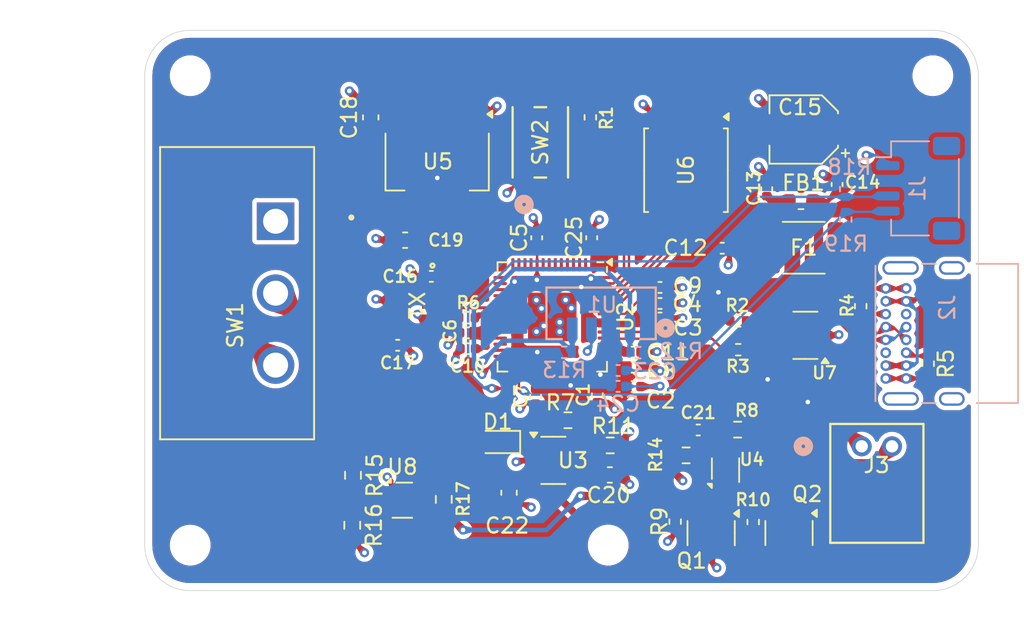
<source format=kicad_pcb>
(kicad_pcb (version 20241229) (generator "pcbnew") (generator_version "9.0")
  (layers (0 "F.Cu" signal) (4 "In1.Cu" signal) (6 "In2.Cu" signal) (2 "B.Cu" signal) (13 "F.Paste" user) (15 "B.Paste" user) (5 "F.SilkS" user "F.Silkscreen") (7 "B.SilkS" user "B.Silkscreen") (1 "F.Mask" user) (3 "B.Mask" user) (25 "Edge.Cuts" user))
  (net 0 "")
  (net 1 "+3V3")
  (net 2 "GND")
  (net 3 "+1V1")
  (net 4 "Net-(C13-Pad1)")
  (net 5 "VBUS")
  (net 6 "/XIN")
  (net 7 "Net-(C17-Pad2)")
  (net 8 "VSYS")
  (net 9 "Net-(J3-Pin_2)")
  (net 10 "Net-(U4-BAT)")
  (net 11 "+BATT")
  (net 12 "Net-(D1-A)")
  (net 13 "Net-(D1-K)")
  (net 14 "Net-(F1-Pad2)")
  (net 16 "/USB_CONN_D+")
  (net 17 "/USB_CONN_D-")
  (net 19 "Net-(J2-CC2)")
  (net 23 "Net-(J2-CC1)")
  (net 25 "/QSPI_SS")
  (net 26 "/USB_BOOT")
  (net 27 "/USB_D+")
  (net 28 "/D+")
  (net 29 "/USB_D-")
  (net 30 "/D-")
  (net 31 "/XOUT")
  (net 32 "/COUT")
  (net 33 "/DOUT")
  (net 34 "Net-(U3-PROG)")
  (net 35 "/SCL")
  (net 36 "/SDA")
  (net 37 "Net-(U4-V-)")
  (net 38 "Net-(U8-PR1)")
  (net 39 "Net-(U8-ST)")
  (net 45 "/SDA1")
  (net 50 "/SCL1")
  (net 74 "/QSPI_SD0")
  (net 75 "/QSPI_SD2")
  (net 76 "/QSPI_SD1")
  (net 77 "/QSPI_SCLK")
  (net 78 "/QSPI_SD3")
  (net 79 "VRAW")
  (net 80 "Net-(Q1-D)")
  (footprint "Resistor_SMD:R_0402_1005Metric" (layer "F.Cu") (at 207.4 82.75 90)
    (property "Reference" "R1")
    (property "Value" "1k" (hide yes))
  )
  (footprint "Capacitor_SMD:C_0402_1005Metric" (layer "F.Cu") (at 199.3125 98.025 180)
    (property "Reference" "C10")
    (property "Value" "0u1" (hide yes))
  )
  (footprint "Package_TO_SOT_SMD:SOT-23-3" (layer "F.Cu") (at 215.37 110.2075 -90)
    (property "Reference" "Q1")
    (property "Value" "NMOS" (hide yes))
  )
  (footprint "JST-PH:CONN_S2B-PH-K-S_JST" (layer "F.Cu") (at 225.3049 104.4726)
    (property "Reference" "J3")
    (property "Value" "Conn_01x02" (hide yes))
  )
  (footprint "Capacitor_SMD:C_0402_1005Metric" (layer "F.Cu") (at 212 93.98)
    (property "Reference" "C9")
    (property "Value" "0u1" (hide yes))
  )
  (footprint "Resistor_SMD:R_0402_1005Metric" (layer "F.Cu") (at 229.69 99.0175 -90)
    (property "Reference" "R5")
    (property "Value" "5k1" (hide yes))
  )
  (footprint "Capacitor_SMD:C_0402_1005Metric" (layer "F.Cu") (at 199.2875 96.975 180)
    (property "Reference" "C6")
    (property "Value" "0u1" (hide yes))
  )
  (footprint "LED_SMD:LED_0603_1608Metric" (layer "F.Cu") (at 201.285 104.1875 180)
    (property "Reference" "D1")
    (property "Value" "LED" (hide yes))
  )
  (footprint "Capacitor_SMD:C_0402_1005Metric" (layer "F.Cu") (at 210.23 98.25)
    (property "Reference" "C11")
    (property "Value" "1u" (hide yes))
  )
  (footprint "Package_DFN_QFN:QFN-56-1EP_7x7mm_P0.4mm_EP3.2x3.2mm" (layer "F.Cu") (at 204.8875 95.925 -90)
    (property "Reference" "U2")
    (property "Value" "RP2040" (hide yes))
  )
  (footprint "Resistor_SMD:R_0603_1608Metric" (layer "F.Cu") (at 191.69 109.685 -90)
    (property "Reference" "R16")
    (property "Value" "10k" (hide yes))
  )
  (footprint "Capacitor_SMD:C_0402_1005Metric" (layer "F.Cu") (at 210.23 99.25)
    (property "Reference" "C8")
    (property "Value" "1u" (hide yes))
  )
  (footprint "Capacitor_SMD:C_0402_1005Metric" (layer "F.Cu") (at 207.49 90.7 90)
    (property "Reference" "C25")
    (property "Value" "0u1" (hide yes))
  )
  (footprint "Package_SON:WSON-6_1.5x1.5mm_P0.5mm" (layer "F.Cu") (at 216.32 106.045 90)
    (property "Reference" "U4")
    (property "Value" "BQ297xy" (hide yes))
  )
  (footprint "Resistor_SMD:R_0603_1608Metric" (layer "F.Cu") (at 217.12 103.37 180)
    (property "Reference" "R8")
    (property "Value" "330" (hide yes))
  )
  (footprint "Capacitor_SMD:C_0603_1608Metric" (layer "F.Cu") (at 202.035 107.5375 -90)
    (property "Reference" "C22")
    (property "Value" "10u" (hide yes))
  )
  (footprint "ABM8:ABM8-272-T3_ABR" (layer "F.Cu") (at 195.8855 95.6373 -90)
    (property "Reference" "X1")
    (property "Value" "ABM8-272-T3" (hide yes))
  )
  (footprint "Package_SO:SOIC-8_5.3x5.3mm_P1.27mm" (layer "F.Cu") (at 213.71 86.24 -90)
    (property "Reference" "U6")
    (property "Value" "W25Q128JVS")
  )
  (footprint "Resistor_SMD:R_0402_1005Metric" (layer "F.Cu") (at 199.2625 95.975)
    (property "Reference" "R6")
    (property "Value" "1k" (hide yes))
  )
  (footprint "push_button:SW4_PTS815 SJM 250 SMTR LFS_CNK" (layer "F.Cu") (at 204.1 84.4 90)
    (property "Reference" "SW2")
    (property "Value" "PTS815 SJM 250 SMTR LFS" (hide yes))
  )
  (footprint "Resistor_SMD:R_0402_1005Metric" (layer "F.Cu") (at 225.24 95.2175 90)
    (property "Reference" "R4")
    (property "Value" "5k1" (hide yes))
  )
  (footprint "Fuse:Fuse_1812_4532Metric" (layer "F.Cu") (at 221.48 91.36)
    (property "Reference" "F1")
    (property "Value" "Fuse")
  )
  (footprint "Package_TO_SOT_SMD:SOT-23-5" (layer "F.Cu") (at 204.96 105.4)
    (property "Reference" "U3")
    (property "Value" "MCP73831-2-OT" (hide yes))
  )
  (footprint "Capacitor_SMD:C_0603_1608Metric" (layer "F.Cu") (at 208.685 106.3625)
    (property "Reference" "C20")
    (property "Value" "10u" (hide yes))
  )
  (footprint "Inductor_SMD:L_0603_1608Metric" (layer "F.Cu") (at 221.3 88.3)
    (property "Reference" "FB1")
    (property "Value" "FerriteBead" (hide yes))
  )
  (footprint "MountingHole:MountingHole_2.2mm_M2" (layer "F.Cu") (at 208.58 111)
    (property "Reference" "H4" (hide yes))
    (property "Value" "MountingHole" (hide yes))
  )
  (footprint "Capacitor_SMD:C_0402_1005Metric" (layer "F.Cu") (at 212 96)
    (property "Reference" "C3")
    (property "Value" "0u1" (hide yes))
  )
  (footprint "Resistor_SMD:R_0402_1005Metric" (layer "F.Cu") (at 217.155 98.0925 180)
    (property "Reference" "R3")
    (property "Value" "27.4" (hide yes))
  )
  (footprint "MountingHole:MountingHole_2.2mm_M2" (layer "F.Cu") (at 230 80)
    (property "Reference" "H3" (hide yes))
    (property "Value" "MountingHole" (hide yes))
  )
  (footprint "MountingHole:MountingHole_2.2mm_M2" (layer "F.Cu") (at 181 80)
    (property "Reference" "H1" (hide yes))
    (property "Value" "MountingHole" (hide yes))
  )
  (footprint "Resistor_SMD:R_0402_1005Metric" (layer "F.Cu") (at 217.155 96.1925 180)
    (property "Reference" "R2")
    (property "Value" "27.4" (hide yes))
  )
  (footprint "Package_TO_SOT_SMD:SOT-23-6" (layer "F.Cu") (at 221.59 97.1425 180)
    (property "Reference" "U7")
    (property "Value" "USBLC6-2SC6" (hide yes))
  )
  (footprint "Capacitor_SMD:C_0402_1005Metric" (layer "F.Cu") (at 207.8625 101.075 -90)
    (property "Reference" "C1")
    (property "Value" "0u1" (hide yes))
  )
  (footprint "Capacitor_SMD:C_0402_1005Metric" (layer "F.Cu") (at 212 95.04)
    (property "Reference" "C4")
    (property "Value" "0u1" (hide yes))
  )
  (footprint "Capacitor_SMD:C_0603_1608Metric" (layer "F.Cu") (at 195.18 90.86 180)
    (property "Reference" "C19")
    (property "Value" "10u")
  )
  (footprint "Capacitor_SMD:CP_Elec_4x5.7" (layer "F.Cu") (at 221.48 83.55 180)
    (property "Reference" "C15")
    (property "Value" "4u7" (hide yes))
  )
  (footprint "Package_TO_SOT_SMD:SOT-23-3" (layer "F.Cu") (at 220.5075 110.195 -90)
    (property "Reference" "Q2")
    (property "Value" "NMOS" (hide yes))
  )
  (footprint "Resistor_SMD:R_0603_1608Metric" (layer "F.Cu") (at 208.71 104.4125 180)
    (property "Reference" "R11")
    (property "Value" "4k7" (hide yes))
  )
  (footprint "Package_TO_SOT_SMD:SOT-583-8" (layer "F.Cu") (at 195 108.03)
    (property "Reference" "U8")
    (property "Value" "TPS2116DRL" (hide yes))
  )
  (footprint "MountingHole:MountingHole_2.2mm_M2" (layer "F.Cu") (at 181 111)
    (property "Reference" "H2" (hide yes))
    (property "Value" "MountingHole" (hide yes))
  )
  (footprint "Resistor_SMD:R_0402_1005Metric" (layer "F.Cu") (at 212.995 109.445 -90)
    (property "Reference" "R9")
    (property "Value" "5M" (hide yes))
  )
  (footprint "Package_TO_SOT_SMD:SOT-223-3_TabPin2" (layer "F.Cu") (at 197.2925 85.67 -90)
    (property "Reference" "U5")
    (property "Value" "NCP1117-3.3_SOT223" (hide yes))
  )
  (footprint "Capacitor_SMD:C_0402_1005Metric" (layer "F.Cu") (at 196.9075 93.25)
    (property "Reference" "C16")
    (property "Value" "15p" (hide yes))
  )
  (footprint "L102021ML04Q:SW_L102021ML04Q" (layer "F.Cu") (at 186.6325 94.36 -90)
    (property "Reference" "SW1")
    (property "Value" "SW_SPDT")
  )
  (footprint "Capacitor_SMD:C_0402_1005Metric" (layer "F.Cu") (at 216.1 91.39)
    (property "Reference" "C12")
    (property "Value" "0u1" (hide yes))
  )
  (footprint "Capacitor_SMD:C_0402_1005Metric" (layer "F.Cu") (at 203.7875 101.175 -90)
    (property "Reference" "C7")
    (property "Value" "0u1" (hide yes))
  )
  (footprint "Capacitor_SMD:C_0402_1005Metric" (layer "F.Cu") (at 210.225 100.525)
    (property "Reference" "C2")
    (property "Value" "0u1" (hide yes))
  )
  (footprint "Resistor_SMD:R_0402_1005Metric" (layer "F.Cu") (at 218.145 109.47 -90)
    (property "Reference" "R10")
    (property "Value" "5M" (hide yes))
  )
  (footprint "Capacitor_SMD:C_0603_1608Metric" (layer "F.Cu") (at 192.91 82.75 90)
    (property "Reference" "C18")
    (property "Value" "10u")
  )
  (footprint "Resistor_SMD:R_0603_1608Metric" (layer "F.Cu") (at 213.72 105.07 180)
    (property "Reference" "R14")
    (property "Value" "2k2" (hide yes))
  )
  (footprint "Resistor_SMD:R_0603_1608Metric" (layer "F.Cu") (at 205.925 102.75 180)
    (property "Reference" "R7")
    (property "Value" "1k" (hide yes))
  )
  (footprint "Capacitor_SMD:C_0402_1005Metric" (layer "F.Cu") (at 214.52 103.395 180)
    (property "Reference" "C21")
    (property "Value" "0u1" (hide yes))
  )
  (footprint "Capacitor_SMD:C_0402_1005Metric" (layer "F.Cu") (at 219.04 87.47 90)
    (property "Reference" "C13")
    (property "Value" "0u01" (hide yes))
  )
  (footprint "Capacitor_SMD:C_0402_1005Metric" (layer "F.Cu") (at 203.8625 90.7 90)
    (property "Reference" "C5")
    (property "Value" "0u1" (hide yes))
  )
  (footprint "Capacitor_SMD:C_0402_1005Metric" (layer "F.Cu") (at 223.68 87.18 90)
    (property "Reference" "C14")
    (property "Value" "0u1" (hide yes))
  )
  (footprint "Resistor_SMD:R_0603_1608Metric" (layer "F.Cu") (at 191.74 106.385 -90)
    (property "Reference" "R15")
    (property "Value" "10k" (hide yes))
  )
  (footprint "Resistor_SMD:R_0603_1608Metric" (layer "F.Cu") (at 197.73 107.975 90)
    (property "Reference" "R17")
    (property "Value" "10k" (hide yes))
  )
  (footprint "Capacitor_SMD:C_0402_1005Metric" (layer "F.Cu") (at 194.6875 97.8 180)
    (property "Reference" "C17")
    (property "Value" "15p" (hide yes))
  )
  (footprint "Connector_JST:JST_SH_SM04B-SRSS-TB_1x04-1MP_P1.00mm_Horizontal" (layer "B.Cu") (at 229.03 87.44 -90)
    (property "Reference" "J1")
    (property "Value" "Conn_01x04_Socket")
  )
  (footprint "Capacitor_SMD:C_0402_1005Metric" (layer "B.Cu") (at 209.23 100.5152)
    (property "Reference" "C24")
    (property "Value" "0u1" (hide yes))
  )
  (footprint "Capacitor_SMD:C_0402_1005Metric" (layer "B.Cu") (at 209.235 99.4652)
    (property "Reference" "C23")
    (property "Value" "10u" (hide yes))
  )
  (footprint "Resistor_SMD:R_0402_1005Metric" (layer "B.Cu") (at 205.68 98.2652)
    (property "Reference" "R13")
    (property "Value" "2k2" (hide yes))
  )
  (footprint "Resistor_SMD:R_0402_1005Metric" (layer "B.Cu") (at 224.25 89.5 90)
    (property "Reference" "R19")
    (property "Value" "2k2")
  )
  (footprint "Connector_USB:USB_C_Receptacle_GCT_USB4085" (layer "B.Cu") (at 226.89 94.0425 -90)
    (property "Reference" "J2")
    (property "Value" "USB_C_Receptacle_USB2.0_16P" (hide yes))
  )
  (footprint "VEML770:VEML7700-TR" (layer "B.Cu") (at 208.11 95.69 180)
    (property "Reference" "U1")
    (property "Value" "VEML7700-TR")
  )
  (footprint "Resistor_SMD:R_0402_1005Metric" (layer "B.Cu") (at 224.25 87.49 -90)
    (property "Reference" "R18")
    (property "Value" "2k2")
  )
  (footprint "Resistor_SMD:R_0402_1005Metric" (layer "B.Cu") (at 210.565 98.2902 180)
    (property "Reference" "R12")
    (property "Value" "2k2" (hide yes))
  )
  (gr_line (start 181 114) (end 230 114) (stroke (width 0.05)) (layer "Edge.Cuts"))
  (gr_arc (start 233 111) (mid 232.12132 113.12132) (end 230 114) (stroke (width 0.05)) (layer "Edge.Cuts"))
  (gr_line (start 233 80) (end 233 111) (stroke (width 0.05)) (layer "Edge.Cuts"))
  (gr_line (start 181 77) (end 230 77) (stroke (width 0.05)) (layer "Edge.Cuts"))
  (gr_line (start 178 80) (end 178 111) (stroke (width 0.05)) (layer "Edge.Cuts"))
  (gr_arc (start 181 114) (mid 178.87868 113.12132) (end 178 111) (stroke (width 0.05)) (layer "Edge.Cuts"))
  (gr_arc (start 178 80) (mid 178.87868 77.87868) (end 181 77) (stroke (width 0.05)) (layer "Edge.Cuts"))
  (gr_arc (start 230 77) (mid 232.12132 77.87868) (end 233 80) (stroke (width 0.05)) (layer "Edge.Cuts"))
  (segment (start 207.8875 96.525) (end 208.325 96.525) (width 0.15) (layer "F.Cu") (net 1))
  (segment (start 208.325 98.125) (end 208.875 98.125) (width 0.16) (layer "F.Cu") (net 1))
  (segment (start 197.2925 88.82) (end 197.2925 86.7575) (width 0.5) (layer "F.Cu") (net 1))
  (segment (start 207.4875 100.22) (end 207.8625 100.595) (width 0.2) (layer "F.Cu") (net 1))
  (segment (start 208.325 96.125) (end 210.215 96.125) (width 0.15) (layer "F.Cu") (net 1))
  (segment (start 208.9 100.1) (end 209.325 100.525) (width 0.16) (layer "F.Cu") (net 1))
  (segment (start 207.4875 99.3625) (end 207.4875 100.22) (width 0.2) (layer "F.Cu") (net 1))
  (segment (start 207.3 93.535799) (end 207.3 95.5375) (width 0.15) (layer "F.Cu") (net 1))
  (segment (start 211.52 96.06) (end 211.52 96) (width 0.15) (layer "F.Cu") (net 1))
  (segment (start 197.2925 86.7575) (end 197.3 86.75) (width 0.5) (layer "F.Cu") (net 1))
  (segment (start 209.325 100.525) (end 209.745 100.525) (width 0.16) (layer "F.Cu") (net 1))
  (segment (start 202.4 95.6125) (end 202.4 93.6) (width 0.15) (layer "F.Cu") (net 1))
  (segment (start 201.45 96.125) (end 200.986822 96.125) (width 0.15) (layer "F.Cu") (net 1))
  (segment (start 215.615 91.385) (end 215.62 91.39) (width 0.16) (layer "F.Cu") (net 1))
  (segment (start 209.1 98.35) (end 209.1 98.6) (width 0.16) (layer "F.Cu") (net 1))
  (segment (start 203.8875 92.4875) (end 203.8875 91.205) (width 0.16) (layer "F.Cu") (net 1))
  (segment (start 200.986822 96.125) (end 200.136822 96.975) (width 0.15) (layer "F.Cu") (net 1))
  (segment (start 203.8875 98.2625) (end 203.9 98.25) (width 0.2) (layer "F.Cu") (net 1))
  (segment (start 203.8875 100.595) (end 203.7875 100.695) (width 0.2) (layer "F.Cu") (net 1))
  (segment (start 208.06 98.79) (end 208.325 98.525) (width 0.2) (layer "F.Cu") (net 1))
  (segment (start 208.325 96.525) (end 210.995 96.525) (width 0.15) (layer "F.Cu") (net 1))
  (segment (start 211.52 95.08) (end 211.52 95.04) (width 0.15) (layer "F.Cu") (net 1))
  (segment (start 203.8875 99.3625) (end 203.8875 100.595) (width 0.2) (layer "F.Cu") (net 1))
  (segment (start 207.4875 91.1825) (end 207.49 91.18) (width 0.16) (layer "F.Cu") (net 1))
  (segment (start 203.8875 92.4875) (end 203.8875 93.4625) (width 0.16) (layer "F.Cu") (net 1))
  (segment (start 208.9 99.1) (end 208.9 100.1) (width 0.16) (layer "F.Cu") (net 1))
  (segment (start 208.875 98.125) (end 209.1 98.35) (width 0.16) (layer "F.Cu") (net 1))
  (segment (start 207.8875 96.125) (end 208.325 96.125) (width 0.15) (layer "F.Cu") (net 1))
  (segment (start 206.8 95.4375) (end 207.8875 96.525) (width 0.15) (layer "F.Cu") (net 1))
  (segment (start 207.43786 93.397939) (end 207.3 93.535799) (width 0.15) (layer "F.Cu") (net 1))
  (segment (start 208.06 99.74) (end 208.06 98.79) (width 0.2) (layer "F.Cu") (net 1))
  (segment (start 210.215 96.125) (end 211.3 95.04) (width 0.15) (layer "F.Cu") (net 1))
  (segment (start 207.4875 92.4875) (end 207.4875 91.1825) (width 0.16) (layer "F.Cu") (net 1))
  (segment (start 201.45 96.125) (end 201.8875 96.125) (width 0.15) (layer "F.Cu") (net 1))
  (segment (start 203.8875 99.3625) (end 203.8875 98.2625) (width 0.2) (layer "F.Cu") (net 1))
  (segment (start 207.4875 99.3625) (end 207.6825 99.3625) (width 0.2) (layer "F.Cu") (net 1))
  (segment (start 208.325 98.525) (end 208.9 99.1) (width 0.16) (layer "F.Cu") (net 1))
  (segment (start 203.8875 91.205) (end 203.8625 91.18) (width 0.16) (layer "F.Cu") (net 1))
  (segment (start 215.615 89.8275) (end 215.615 91.385) (width 0.3) (layer "F.Cu") (net 1))
  (segment (start 211.3 95.04) (end 211.52 95.04) (width 0.15) (layer "F.Cu") (net 1))
  (segment (start 206.8 95.4375) (end 206.8 93.95) (width 0.15) (layer "F.Cu") (net 1))
  (segment (start 200.136822 96.975) (end 199.7675 96.975) (width 0.15) (layer "F.Cu") (net 1))
  (segment (start 209.1 98.6) (end 209.75 99.25) (width 0.16) (layer "F.Cu") (net 1))
  (segment (start 207.3 95.5375) (end 207.8875 96.125) (width 0.15) (layer "F.Cu") (net 1))
  (segment (start 201.8875 96.125) (end 202.4 95.6125) (width 0.15) (layer "F.Cu") (net 1))
  (segment (start 203.8875 93.4625) (end 203.87 93.48) (width 0.16) (layer "F.Cu") (net 1))
  (segment (start 210.995 96.525) (end 211.52 96) (width 0.15) (layer "F.Cu") (net 1))
  (segment (start 207.6825 99.3625) (end 208.06 99.74) (width 0.2) (layer "F.Cu") (net 1))
  (via (at 219.1 100.05) (size 0.6) (drill 0.3) (layers "F.Cu" "B.Cu") (net 1))
  (via (at 215.85 94.3) (size 0.6) (drill 0.3) (layers "F.Cu" "B.Cu") (net 1))
  (via (at 208.06 99.74) (size 0.6) (drill 0.3) (layers "F.Cu" "B.Cu") (net 1))
  (via (at 206.1 100.45) (size 0.6) (drill 0.3) (layers "F.Cu" "B.Cu") (net 1))
  (via (at 203.87 93.48) (size 0.6) (drill 0.3) (layers "F.Cu" "B.Cu") (net 1))
  (via (at 197.3 86.75) (size 0.6) (drill 0.3) (layers "F.Cu" "B.Cu") (net 1))
  (via (at 202.4 93.6) (size 0.6) (drill 0.3) (layers "F.Cu" "B.Cu") (net 1))
  (via (at 207.43786 93.397939) (size 0.6) (drill 0.3) (layers "F.Cu" "B.Cu") (net 1))
  (via (at 206.8 93.95) (size 0.6) (drill 0.3) (layers "F.Cu" "B.Cu") (net 1))
  (via (at 203.9 98.25) (size 0.6) (drill 0.3) (layers "F.Cu" "B.Cu") (net 1))
  (via (at 221.75 101.55) (size 0.6) (drill 0.3) (layers "F.Cu" "B.Cu") (net 1))
  (segment (start 208.745 99.4552) (end 208.755 99.4652) (width 0.3) (layer "B.Cu") (net 1))
  (segment (start 208.755 100.5102) (end 208.75 100.5152) (width 0.3) (layer "B.Cu") (net 1))
  (segment (start 208.75 100.5152) (end 206.1652 100.5152) (width 0.3) (layer "B.Cu") (net 1))
  (segment (start 220.25 100.05) (end 219.1 100.05) (width 0.16) (layer "B.Cu") (net 1))
  (segment (start 221.75 101.55) (end 220.25 100.05) (width 0.16) (layer "B.Cu") (net 1))
  (segment (start 208.755 99.4652) (end 208.755 100.5102) (width 0.3) (layer "B.Cu") (net 1))
  (segment (start 208.745 96.6652) (end 208.745 99.4552) (width 0.3) (layer "B.Cu") (net 1))
  (segment (start 206.1652 100.5152) (end 206.1 100.45) (width 0.3) (layer "B.Cu") (net 1))
  (segment (start 198.8075 96.980849) (end 198.004234 97.784115) (width 0.2) (layer "F.Cu") (net 2))
  (segment (start 192.475 81.975) (end 191.5 81) (width 0.5) (layer "F.Cu") (net 2))
  (segment (start 196.687301 96.437301) (end 196 95.75) (width 0.2) (layer "F.Cu") (net 2))
  (segment (start 196.4275 93.25) (end 196 93.25) (width 0.3) (layer "F.Cu") (net 2))
  (segment (start 225.24 94.7075) (end 225.905 94.0425) (width 0.2) (layer "F.Cu") (net 2))
  (segment (start 193.337299 94.837299) (end 193.25 94.75) (width 0.3) (layer "F.Cu") (net 2))
  (segment (start 212.895 106.145) (end 213.5 106.75) (width 0.5) (layer "F.Cu") (net 2))
  (segment (start 212.995 110.255) (end 212.5 110.75) (width 0.3) (layer "F.Cu") (net 2))
  (segment (start 229.225 99.9925) (end 229.69 99.5275) (width 0.2) (layer "F.Cu") (net 2))
  (segment (start 194 106.5) (end 194.26 106.76) (width 0.3) (layer "F.Cu") (net 2))
  (segment (start 210.71 98.25) (end 211.768206 98.25) (width 0.16) (layer "F.Cu") (net 2))
  (segment (start 222.95 86.7) (end 222.75 86.5) (width 0.5) (layer "F.Cu") (net 2))
  (segment (start 192.91 81.975) (end 192.475 81.975) (width 0.5) (layer "F.Cu") (net 2))
  (segment (start 203.3125 108.3125) (end 203.5 108.5) (width 0.3) (layer "F.Cu") (net 2))
  (segment (start 211.975 100.525) (end 212 100.5) (width 0.3) (layer "F.Cu") (net 2))
  (segment (start 193.36 90.86) (end 193.25 90.75) (width 0.3) (layer "F.Cu") (net 2))
  (segment (start 202.6 105.4) (end 202.5 105.5) (width 0.3) (layer "F.Cu") (net 2))
  (segment (start 212.995 109.955) (end 212.995 110.255) (width 0.3) (layer "F.Cu") (net 2))
  (segment (start 215.37 112.12) (end 215.37 111.345) (width 0.3) (layer "F.Cu") (net 2))
  (segment (start 198.5 98.3575) (end 198.8325 98.025) (width 0.3) (layer "F.Cu") (net 2))
  (segment (start 223.68 86.7) (end 222.95 86.7) (width 0.5) (layer "F.Cu") (net 2))
  (segment (start 209.535 104.4125) (end 209.535 103.965) (width 0.3) (layer "F.Cu") (net 2))
  (segment (start 219.04 86.99) (end 219.04 86.54) (width 0.3) (layer "F.Cu") (net 2))
  (segment (start 211.6525 82.6525) (end 211.805 82.6525) (width 0.3) (layer "F.Cu") (net 2))
  (segment (start 212.48 95.04) (end 213.46 95.04) (width 0.3) (layer "F.Cu") (net 2))
  (segment (start 209.46 106.46) (end 210 107) (width 0.3) (layer "F.Cu") (net 2))
  (segment (start 209.46 106.3625) (end 209.46 106.46) (width 0.3) (layer "F.Cu") (net 2))
  (segment (start 208.555 101.555) (end 209 102) (width 0.3) (layer "F.Cu") (net 2))
  (segment (start 205.38 96.28) (end 205.299398 96.28) (width 0.3) (layer "F.Cu") (net 2))
  (segment (start 195.75 98.3825) (end 195.1675 97.8) (width 0.3) (layer "F.Cu") (net 2))
  (segment (start 207.49 90.22) (end 207.49 90.01) (width 0.16) (layer "F.Cu") (net 2))
  (segment (start 194.26 106.76) (end 194.26 107.28) (width 0.3) (layer "F.Cu") (net 2))
  (segment (start 210.875 81.875) (end 211.6525 82.6525) (width 0.3) (layer "F.Cu") (net 2))
  (segment (start 219.68 83.55) (end 219.68 82.68) (width 0.5) (layer "F.Cu") (net 2))
  (segment (start 203.7875 101.655) (end 203.095 101.655) (width 0.2) (layer "F.Cu") (net 2))
  (segment (start 198.5 98.75) (end 198.5 98.3575) (width 0.3) (layer "F.Cu") (net 2))
  (segment (start 210.71 99.25) (end 211.75 99.25) (width 0.3) (layer "F.Cu") (net 2))
  (segment (start 202.999999 86.650001) (end 201.9 87.75) (width 0.15) (layer "F.Cu") (net 2))
  (segment (start 213.48 93.98) (end 213.5 94) (width 0.3) (layer "F.Cu") (net 2))
  (segment (start 212.48 96) (end 213.5 96) (width 0.3) (layer "F.Cu") (net 2))
  (segment (start 226.89 93.89) (end 226.89 94.0425) (width 0.2) (layer "F.Cu") (net 2))
  (segment (start 194.7855 94.837299) (end 193.337299 94.837299) (width 0.3) (layer "F.Cu") (net 2))
  (segment (start 196 93.25) (end 195.5 92.75) (width 0.3) (layer "F.Cu") (net 2))
  (segment (start 225.905 94.0425) (end 226.89 94.0425) (width 0.2) (layer "F.Cu") (net 2))
  (segment (start 207.49 90.01) (end 208 89.5) (width 0.16) (layer "F.Cu") (net 2))
  (segment (start 198.8075 96.975) (end 198.8075 96.980849) (width 0.2) (layer "F.Cu") (net 2))
  (segment (start 204.655 95.925) (end 204.8875 95.925) (width 0.3) (layer "F.Cu") (net 2))
  (segment (start 226.89 94.0425) (end 228.24 94.0425) (width 0.2) (layer "F.Cu") (net 2))
  (segment (start 211.768206 98.25) (end 211.795 98.223206) (width 0.16) (layer "F.Cu") (net 2))
  (segment (start 202.035 108.3125) (end 203.3125 108.3125) (width 0.3) (layer "F.Cu") (net 2))
  (segment (start 211.75 99.25) (end 212 99.5) (width 0.3) (layer "F.Cu") (net 2))
  (segment (start 222.7275 97.1425) (end 223.7575 97.1425) (width 0.16) (layer "F.Cu") (net 2))
  (segment (start 203.095 101.655) (end 202.75 102) (width 0.2) (layer "F.Cu") (net 2))
  (segment (start 209.535 103.965) (end 210 103.5) (width 0.3) (layer "F.Cu") (net 2))
  (segment (start 191.69 110.69) (end 192.5 111.5) (width 0.3) (layer "F.Cu") (net 2))
  (segment (start 205.299398 96.28) (end 205.209398 96.19) (width 0.3) (layer "F.Cu") (net 2))
  (segment (start 213.46 95.04) (end 213.5 95) (width 0.3) (layer "F.Cu") (net 2))
  (segment (start 203.8225 105.4) (end 202.6 105.4) (width 0.3) (layer "F.Cu") (net 2))
  (segment (start 228.24 99.9925) (end 229.225 99.9925) (width 0.2) (layer "F.Cu") (net 2))
  (segment (start 207.8625 101.555) (end 208.555 101.555) (width 0.3) (layer "F.Cu") (net 2))
  (segment (start 205.1525 96.19) (end 204.8875 95.925) (width 0.3) (layer "F.Cu") (net 2))
  (segment (start 215.75 112.5) (end 215.37 112.12) (width 0.3) (layer "F.Cu") (net 2))
  (segment (start 194.405 90.86) (end 193.36 90.86) (width 0.3) (layer "F.Cu") (net 2))
  (segment (start 226.89 99.9925) (end 228.24 99.9925) (width 0.2) (layer "F.Cu") (net 2))
  (segment (start 203.625 89.375) (end 203.8625 89.6125) (width 0.16) (layer "F.Cu") (net 2))
  (segment (start 212.895 105.07) (end 212.895 106.145) (width 0.5) (layer "F.Cu") (net 2))
  (segment (start 203.8625 89.6125) (end 203.8625 90.22) (width 0.16) (layer "F.Cu") (net 2))
  (segment (start 205.209398 96.19) (end 205.1525 96.19) (width 0.3) (layer "F.Cu") (net 2))
  (segment (start 216.58 92.42) (end 216.5 92.5) (width 0.3) (layer "F.Cu") (net 2))
  (segment (start 219.04 86.54) (end 218.5 86) (width 0.3) (layer "F.Cu") (net 2))
  (segment (start 196.9855 96.437301) (end 196.687301 96.437301) (width 0.2) (layer "F.Cu") (net 2))
  (segment (start 210.705 100.525) (end 211.975 100.525) (width 0.3) (layer "F.Cu") (net 2))
  (segment (start 195.75 98.5) (end 195.75 98.3825) (width 0.3) (layer "F.Cu") (net 2))
  (segment (start 199.5925 82.52) (end 200.73 82.52) (width 0.5) (layer "F.Cu") (net 2))
  (segment (start 223.7575 97.1425) (end 223.8 97.1) (width 0.16) (layer "F.Cu") (net 2))
  (segment (start 203.025001 86.650001) (end 202.999999 86.650001) (width 0.15) (layer "F.Cu") (net 2))
  (segment (start 191.69 110.51) (end 191.69 110.69) (width 0.3) (layer "F.Cu") (net 2))
  (segment (start 219.68 82.68) (end 218.5 81.5) (width 0.5) (layer "F.Cu") (net 2))
  (segment (start 212.48 93.98) (end 213.48 93.98) (width 0.3) (layer "F.Cu") (net 2))
  (segment (start 200.73 82.52) (end 201.25 82) (width 0.5) (layer "F.Cu") (net 2))
  (segment (start 216.58 91.39) (end 216.58 92.42) (width 0.3) (layer "F.Cu") (net 2))
  (via (at 212 100.5) (size 0.6) (drill 0.3) (layers "F.Cu" "B.Cu") (net 2))
  (via (at 203.85 96.9) (size 0.6) (drill 0.3) (layers "F.Cu" "B.Cu") (net 2))
  (via (at 213.5 95) (size 0.6) (drill 0.3) (layers "F.Cu" "B.Cu") (net 2))
  (via (at 218.5 81.5) (size 0.6) (drill 0.3) (layers "F.Cu" "B.Cu") (net 2))
  (via (at 216.5 92.5) (size 0.6) (drill 0.3) (layers "F.Cu" "B.Cu") (net 2))
  (via (at 198.004234 97.784115) (size 0.6) (drill 0.3) (layers "F.Cu" "B.Cu") (net 2))
  (via (at 195.75 98.5) (size 0.6) (drill 0.3) (layers "F.Cu" "B.Cu") (net 2))
  (via (at 213.5 106.75) (size 0.6) (drill 0.3) (layers "F.Cu" "B.Cu") (net 2))
  (via (at 205.38 96.28) (size 0.6) (drill 0.3) (layers "F.Cu" "B.Cu") (net 2))
  (via (at 209 102) (size 0.6) (drill 0.3) (layers "F.Cu" "B.Cu") (net 2))
  (via (at 201.9 87.75) (size 0.6) (drill 0.3) (layers "F.Cu" "B.Cu") (net 2))
  (via (at 218.5 86) (size 0.6) (drill 0.3) (layers "F.Cu" "B.Cu") (net 2))
  (via (at 213.5 94) (size 0.6) (drill 0.3) (layers "F.Cu" "B.Cu") (net 2))
  (via (at 222.75 86.5) (size 0.6) (drill 0.3) (layers "F.Cu" "B.Cu") (net 2))
  (via (at 196 95.75) (size 0.6) (drill 0.3) (layers "F.Cu" "B.Cu") (net 2))
  (via (at 210 103.5) (size 0.6) (drill 0.3) (layers "F.Cu" "B.Cu") (net 2))
  (via (at 204.18 95.37) (size 0.6) (drill 0.3) (layers "F.Cu" "B.Cu") (net 2))
  (via (at 211.795 98.223206) (size 0.6) (drill 0.3) (layers "F.Cu" "B.Cu") (net 2))
  (via (at 208 89.5) (size 0.6) (drill 0.3) (layers "F.Cu" "B.Cu") (net 2))
  (via (at 215.75 112.5) (size 0.6) (drill 0.3) (layers "F.Cu" "B.Cu") (net 2))
  (via (at 225.6 85.25) (size 0.6) (drill 0.3) (layers "F.Cu" "B.Cu") (net 2))
  (via (at 202.5 105.5) (size 0.6) (drill 0.3) (layers "F.Cu" "B.Cu") (net 2))
  (via (at 212.5 110.75) (size 0.6) (drill 0.3) (layers "F.Cu" "B.Cu") (net 2))
  (via (at 201.25 82) (size 0.6) (drill 0.3) (layers "F.Cu" "B.Cu") (net 2))
  (via (at 204.33 96.52) (size 0.6) (drill 0.3) (layers "F.Cu" "B.Cu") (net 2))
  (via (at 212 99.5) (size 0.6) (drill 0.3) (layers "F.Cu" "B.Cu") (net 2))
  (via (at 193.25 90.75) (size 0.6) (drill 0.3) (layers "F.Cu" "B.Cu") (net 2))
  (via (at 205.77 94.81) (size 0.6) (drill 0.3) (layers "F.Cu" "B.Cu") (net 2))
  (via (at 203.625 89.375) (size 0.6) (drill 0.3) (layers "F.Cu" "B.Cu") (net 2))
  (via (at 192.5 111.5) (size 0.6) (drill 0.3) (layers "F.Cu" "B.Cu") (net 2))
  (via (at 193.25 94.75) (size 0.6) (drill 0.3) (layers "F.Cu" "B.Cu") (net 2))
  (via (at 210.875 81.875) (size 0.6) (drill 0.3) (layers "F.Cu" "B.Cu") (net 2))
  (via (at 223.8 97.1) (size 0.6) (drill 0.3) (layers "F.Cu" "B.Cu") (net 2))
  (via (at 203.84 94.82) (size 0.6) (drill 0.3) (layers "F.Cu" "B.Cu") (net 2))
  (via (at 195.5 92.75) (size 0.6) (drill 0.3) (layers "F.Cu" "B.Cu") (net 2))
  (via (at 213.5 96) (size 0.6) (drill 0.3) (layers "F.Cu" "B.Cu") (net 2))
  (via (at 206.15 95.35) (size 0.6) (drill 0.3) (layers "F.Cu" "B.Cu") (net 2))
  (via (at 191.5 81) (size 0.6) (drill 0.3) (layers "F.Cu" "B.Cu") (net 2))
  (via (at 198.5 98.75) (size 0.6) (drill 0.3) (layers "F.Cu" "B.Cu") (net 2))
  (via (at 210 107) (size 0.6) (drill 0.3) (layers "F.Cu" "B.Cu") (net 2))
  (via (at 207.2 98.2) (size 0.6) (drill 0.3) (layers "F.Cu" "B.Cu") (net 2))
  (via (at 205.378751 96.9) (size 0.6) (drill 0.3) (layers "F.Cu" "B.Cu") (net 2))
  (via (at 203.5 108.5) (size 0.6) (drill 0.3) (layers "F.Cu" "B.Cu") (net 2))
  (via (at 202.75 102) (size 0.6) (drill 0.3) (layers "F.Cu" "B.Cu") (net 2))
  (via (at 194 106.5) (size 0.6) (drill 0.3) (layers "F.Cu" "B.Cu") (net 2))
  (segment (start 227.03 85.94) (end 226.34 85.25) (width 0.15) (layer "B.Cu") (net 2))
  (segment (start 226.34 85.25) (end 225.6 85.25) (width 0.15) (layer "B.Cu") (net 2))
  (segment (start 209.715 99.4652) (end 211.9652 99.4652) (width 0.15) (layer "B.Cu") (net 2))
  (segment (start 209.71 100.5152) (end 211.9848 100.5152) (width 0.15) (layer "B.Cu") (net 2))
  (segment (start 207.475 97.925) (end 207.2 98.2) (width 0.15) (layer "B.Cu") (net 2))
  (segment (start 211.9652 99.4652) (end 212 99.5) (width 0.15) (layer "B.Cu") (net 2))
  (segment (start 211.9848 100.5152) (end 212 100.5) (width 0.15) (layer "B.Cu") (net 2))
  (segment (start 207.475 96.6652) (end 207.475 97.925) (width 0.15) (layer "B.Cu") (net 2))
  (segment (start 200.68 97.95) (end 200.605 98.025) (width 0.15) (layer "F.Cu") (net 3))
  (segment (start 211.52 94.09) (end 211.52 93.98) (width 0.15) (layer "F.Cu") (net 3))
  (segment (start 200.68 96.8575) (end 200.68 97.95) (width 0.15) (layer "F.Cu") (net 3))
  (segment (start 209.225 97.725) (end 209.75 98.25) (width 0.16) (layer "F.Cu") (net 3))
  (segment (start 201.0125 96.525) (end 200.68 96.8575) (width 0.15) (layer "F.Cu") (net 3))
  (segment (start 209.695 95.725) (end 208.325 95.725) (width 0.15) (layer "F.Cu") (net 3))
  (segment (start 201.45 96.525) (end 201.0125 96.525) (width 0.15) (layer "F.Cu") (net 3))
  (segment (start 211.44 93.98) (end 209.695 95.725) (width 0.15) (layer "F.Cu") (net 3))
  (segment (start 211.52 93.98) (end 211.44 93.98) (width 0.15) (layer "F.Cu") (net 3))
  (segment (start 200.605 98.025) (end 199.7925 98.025) (width 0.15) (layer "F.Cu") (net 3))
  (segment (start 208.325 97.725) (end 209.225 97.725) (width 0.16) (layer "F.Cu") (net 3))
  (segment (start 220.5125 90.19) (end 219.3425 91.36) (width 0.5) (layer "F.Cu") (net 4))
  (segment (start 220.5125 88.3) (end 220.5125 90.19) (width 0.5) (layer "F.Cu") (net 4))
  (segment (start 219.39 88.3) (end 219.04 87.95) (width 0.5) (layer "F.Cu") (net 4))
  (segment (start 220.5125 88.3) (end 219.39 88.3) (width 0.5) (layer "F.Cu") (net 4))
  (segment (start 193.86 108.28) (end 192.516 106.936) (width 0.3) (layer "F.Cu") (net 5))
  (segment (start 223.28 83.55) (end 224.391 84.661) (width 0.5) (layer "F.Cu") (net 5))
  (segment (start 195.142774 108.78) (end 194.642774 108.28) (width 0.3) (layer "F.Cu") (net 5))
  (segment (start 206.11 106.3625) (end 206.0975 106.35) (width 0.3) (layer "F.Cu") (net 5))
  (segment (start 209.241364 102.75) (end 206.75 102.75) (width 0.5) (layer "F.Cu") (net 5))
  (segment (start 224.391 84.661) (end 224.391 87.359) (width 0.5) (layer "F.Cu") (net 5))
  (segment (start 195.74 108.78) (end 197.71 108.78) (width 0.3) (layer "F.Cu") (net 5))
  (segment (start 221.6 97.627501) (end 221.114999 97.1425) (width 0.3) (layer "F.Cu") (net 5))
  (segment (start 221.416 99.584) (end 221.6 99.4) (width 0.3) (layer "F.Cu") (net 5))
  (segment (start 220.707972 97.1425) (end 220.4525 97.1425) (width 0.16) (layer "F.Cu") (net 5))
  (segment (start 221.7 88.6875) (end 221.7 96.416) (width 0.3) (layer "F.Cu") (net 5))
  (segment (start 195.74 108.78) (end 195.142774 108.78) (width 0.3) (layer "F.Cu") (net 5))
  (segment (start 222.0875 88.3) (end 223.04 88.3) (width 0.3) (layer "F.Cu") (net 5))
  (segment (start 222.0875 88.3) (end 221.7 88.6875) (width 0.3) (layer "F.Cu") (net 5))
  (segment (start 197.71 108.78) (end 197.73 108.8) (width 0.3) (layer "F.Cu") (net 5))
  (segment (start 197.73 108.8) (end 197.8 108.8) (width 0.5) (layer "F.Cu") (net 5))
  (segment (start 221.416 96.7) (end 220.9735 97.1425) (width 0.3) (layer "F.Cu") (net 5))
  (segment (start 207.91 107.41) (end 207.57 107.75) (width 0.5) (layer "F.Cu") (net 5))
  (segment (start 211 101.508636) (end 210.741364 101.25) (width 0.5) (layer "F.Cu") (net 5))
  (segment (start 221.6 99.4) (end 221.6 97.627501) (width 0.3) (layer "F.Cu") (net 5))
  (segment (start 192.516 106.936) (end 192.516 106.336) (width 0.3) (layer "F.Cu") (net 5))
  (segment (start 211 107.25) (end 211 101.508636) (width 0.5) (layer "F.Cu") (net 5))
  (segment (start 219.75 101.25) (end 210.741364 101.25) (width 0.5) (layer "F.Cu") (net 5))
  (segment (start 221.114999 97.1425) (end 220.4525 97.1425) (width 0.3) (layer "F.Cu") (net 5))
  (segment (start 221.416 99.584) (end 219.75 101.25) (width 0.5) (layer "F.Cu") (net 5))
  (segment (start 197.8 108.8) (end 199 110) (width 0.5) (layer "F.Cu") (net 5))
  (segment (start 192.516 106.336) (end 191.74 105.56) (width 0.3) (layer "F.Cu") (net 5))
  (segment (start 207.91 107.41) (end 208.5 108) (width 0.5) (layer "F.Cu") (net 5))
  (segment (start 207.57 107.75) (end 206.75 107.75) (width 0.5) (layer "F.Cu") (net 5))
  (segment (start 220.9735 97.1425) (end 220.4525 97.1425) (width 0.3) (layer "F.Cu") (net 5))
  (segment (start 207.91 106.3625) (end 207.91 107.41) (width 0.5) (layer "F.Cu") (net 5))
  (segment (start 210.25 108) (end 211 107.25) (width 0.5) (layer "F.Cu") (net 5))
  (segment (start 207.91 106.3625) (end 206.11 106.3625) (width 0.3) (layer "F.Cu") (net 5))
  (segment (start 194.26 108.28) (end 193.86 108.28) (width 0.3) (layer "F.Cu") (net 5))
  (segment (start 194.642774 108.28) (end 194.26 108.28) (width 0.3) (layer "F.Cu") (net 5))
  (segment (start 208.5 108) (end 210.25 108) (width 0.5) (layer "F.Cu") (net 5))
  (segment (start 210.741364 101.25) (end 209.241364 102.75) (width 0.5) (layer "F.Cu") (net 5))
  (segment (start 224.391 87.359) (end 224.09 87.66) (width 0.5) (layer "F.Cu") (net 5))
  (segment (start 224.09 87.66) (end 223.68 87.66) (width 0.5) (layer "F.Cu") (net 5))
  (segment (start 223.04 88.3) (end 223.68 87.66) (width 0.3) (layer "F.Cu") (net 5))
  (segment (start 221.7 96.416) (end 221.416 96.7) (width 0.3) (layer "F.Cu") (net 5))
  (via (at 199 110) (size 0.6) (drill 0.3) (layers "F.Cu" "B.Cu") (net 5))
  (via (at 206.75 107.75) (size 0.6) (drill 0.3) (layers "F.Cu" "B.Cu") (net 5))
  (segment (start 199 110) (end 204.5 110) (width 0.3) (layer "B.Cu") (net 5))
  (segment (start 204.5 110) (end 206.75 107.75) (width 0.3) (layer "B.Cu") (net 5))
  (segment (start 197.473201 95.325) (end 196.9855 94.837299) (width 0.2) (layer "F.Cu") (net 6))
  (segment (start 196.9855 94.837299) (end 196.9855 93.652) (width 0.3) (layer "F.Cu") (net 6))
  (segment (start 196.9855 93.652) (end 197.3875 93.25) (width 0.3) (layer "F.Cu") (net 6))
  (segment (start 201.45 95.325) (end 197.473201 95.325) (width 0.2) (layer "F.Cu") (net 6))
  (segment (start 195.5865 97.238301) (end 194.7855 96.437301) (width 0.2) (layer "F.Cu") (net 7))
  (segment (start 197.9365 97.238301) (end 195.5865 97.238301) (width 0.2) (layer "F.Cu") (net 7))
  (segment (start 194.7855 97.222) (end 194.2075 97.8) (width 0.3) (layer "F.Cu") (net 7))
  (segment (start 194.7855 96.437301) (end 194.7855 97.222) (width 0.3) (layer "F.Cu") (net 7))
  (segment (start 198.7525 95.975) (end 197.9365 96.791) (width 0.2) (layer "F.Cu") (net 7))
  (segment (start 197.9365 96.791) (end 197.9365 97.238301) (width 0.2) (layer "F.Cu") (net 7))
  (segment (start 192.91 83.525) (end 193.9875 83.525) (width 0.5) (layer "F.Cu") (net 8))
  (segment (start 186.6325 99.11) (end 184.5 96.9775) (width 0.5) (layer "F.Cu") (net 8))
  (segment (start 184.5 88) (end 188.975 83.525) (width 0.5) (layer "F.Cu") (net 8))
  (segment (start 188.975 83.525) (end 192.91 83.525) (width 0.5) (layer "F.Cu") (net 8))
  (segment (start 193.9875 83.525) (end 194.9925 82.52) (width 0.5) (layer "F.Cu") (net 8))
  (segment (start 184.5 96.9775) (end 184.5 88) (width 0.5) (layer "F.Cu") (net 8))
  (segment (start 226.08 105.47) (end 226.193751 105.583751) (width 0.2) (layer "F.Cu") (net 9))
  (segment (start 218.145 109.98) (end 218.145 110.795) (width 0.5) (layer "F.Cu") (net 9))
  (segment (start 216.996 102.881936) (end 216.996 105.294) (width 0.2) (layer "F.Cu") (net 9))
  (segment (start 214.841 102.594) (end 216.708064 102.594) (width 0.2) (layer "F.Cu") (net 9))
  (segment (start 218.145 110.795) (end 219.145 111.795) (width 0.5) (layer "F.Cu") (net 9))
  (segment (start 223.057501 111.895) (end 223.057501 108.72) (width 0.5) (layer "F.Cu") (net 9))
  (segment (start 221.07 111.895) (end 220.5075 111.3325) (width 0.5) (layer "F.Cu") (net 9))
  (segment (start 216.708064 102.594) (end 216.996 102.881936) (width 0.2) (layer "F.Cu") (net 9))
  (segment (start 216.82 105.47) (end 226.08 105.47) (width 0.3) (layer "F.Cu") (net 9))
  (segment (start 223.057501 111.895) (end 221.07 111.895) (width 0.5) (layer "F.Cu") (net 9))
  (segment (start 219.145 111.795) (end 220.045 111.795) (width 0.5) (layer "F.Cu") (net 9))
  (segment (start 214.04 103.395) (end 214.841 102.594) (width 0.2) (layer "F.Cu") (net 9))
  (segment (start 216.996 105.294) (end 216.82 105.47) (width 0.2) (layer "F.Cu") (net 9))
  (segment (start 220.045 111.795) (end 220.5075 111.3325) (width 0.5) (layer "F.Cu") (net 9))
  (segment (start 226.193751 105.583751) (end 227.304901 104.4726) (width 0.5) (layer "F.Cu") (net 9))
  (segment (start 223.057501 108.72) (end 226.193751 105.583751) (width 0.5) (layer "F.Cu") (net 9))
  (segment (start 216.32 103.395) (end 216.295 103.37) (width 0.2) (layer "F.Cu") (net 10))
  (segment (start 216.295 103.37) (end 215.025 103.37) (width 0.2) (layer "F.Cu") (net 10))
  (segment (start 215.025 103.37) (end 215 103.395) (width 0.2) (layer "F.Cu") (net 10))
  (segment (start 216.295 105.445) (end 216.32 105.47) (width 0.2) (layer "F.Cu") (net 10))
  (segment (start 216.32 105.47) (end 216.32 103.395) (width 0.2) (layer "F.Cu") (net 10))
  (segment (start 212.357 102.093) (end 211.75 102.7) (width 0.5) (layer "F.Cu") (net 11))
  (segment (start 200.7975 108) (end 202.035 106.7625) (width 0.3) (layer "F.Cu") (net 11))
  (segment (start 197.340936 108) (end 200.7975 108) (width 0.3) (layer "F.Cu") (net 11))
  (segment (start 202.4475 106.35) (end 202.035 106.7625) (width 0.3) (layer "F.Cu") (net 11))
  (segment (start 211 109.25) (end 206.7225 109.25) (width 0.5) (layer "F.Cu") (net 11))
  (segment (start 211.75 108.5) (end 211 109.25) (width 0.5) (layer "F.Cu") (net 11))
  (segment (start 203.8225 106.35) (end 202.4475 106.35) (width 0.3) (layer "F.Cu") (net 11))
  (segment (start 217.945 103.37) (end 217.945 103.122416) (width 0.5) (layer "F.Cu") (net 11))
  (segment (start 211.75 102.7) (end 211.75 108.5) (width 0.5) (layer "F.Cu") (net 11))
  (segment (start 216.915584 102.093) (end 212.357 102.093) (width 0.5) (layer "F.Cu") (net 11))
  (segment (start 217.945 103.122416) (end 216.915584 102.093) (width 0.5) (layer "F.Cu") (net 11))
  (segment (start 206.7225 109.25) (end 203.8225 106.35) (width 0.5) (layer "F.Cu") (net 11))
  (segment (start 195.74 108.28) (end 197.060936 108.28) (width 0.3) (layer "F.Cu") (net 11))
  (segment (start 197.060936 108.28) (end 197.340936 108) (width 0.3) (layer "F.Cu") (net 11))
  (segment (start 224.2023 103.37) (end 225.3049 104.4726) (width 0.5) (layer "F.Cu") (net 11))
  (segment (start 217.945 103.37) (end 224.2023 103.37) (width 0.5) (layer "F.Cu") (net 11))
  (segment (start 200.4975 103.7525) (end 200.4975 104.1875) (width 0.3) (layer "F.Cu") (net 12))
  (segment (start 201.5 102.75) (end 200.4975 103.7525) (width 0.3) (layer "F.Cu") (net 12))
  (segment (start 205.1 102.75) (end 201.5 102.75) (width 0.3) (layer "F.Cu") (net 12))
  (segment (start 203.8225 104.45) (end 202.335 104.45) (width 0.3) (layer "F.Cu") (net 13))
  (segment (start 202.335 104.45) (end 202.0725 104.1875) (width 0.3) (layer "F.Cu") (net 13))
  (segment (start 229.75 93.877474) (end 228.734974 94.8925) (width 0.3) (layer "F.Cu") (net 14))
  (segment (start 223.6175 91.36) (end 229.11 91.36) (width 0.3) (layer "F.Cu") (net 14))
  (segment (start 228.24 99.1425) (end 226.89 99.1425) (width 0.3) (layer "F.Cu") (net 14))
  (segment (start 229.75 92) (end 229.75 93.877474) (width 0.3) (layer "F.Cu") (net 14))
  (segment (start 226.89 94.8925) (end 228.24 94.8925) (width 0.2) (layer "F.Cu") (net 14))
  (segment (start 228.734974 94.8925) (end 228.24 94.8925) (width 0.3) (layer "F.Cu") (net 14))
  (segment (start 229.11 91.36) (end 229.75 92) (width 0.3) (layer "F.Cu") (net 14))
  (segment (start 228.24 94.8925) (end 228.310654 94.8925) (width 0.2) (layer "B.Cu") (net 14))
  (segment (start 228.734974 99.1425) (end 228.24 99.1425) (width 0.2) (layer "B.Cu") (net 14))
  (segment (start 228.310654 94.8925) (end 228.965 95.546846) (width 0.2) (layer "B.Cu") (net 14))
  (segment (start 228.965 98.912474) (end 228.734974 99.1425) (width 0.2) (layer "B.Cu") (net 14))
  (segment (start 228.965 95.546846) (end 228.965 98.912474) (width 0.2) (layer "B.Cu") (net 14))
  (segment (start 225.979438 96.9175) (end 226.054437 96.992499) (width 0.16) (layer "F.Cu") (net 16))
  (segment (start 222.7275 96.1925) (end 223.721251 96.1925) (width 0.16) (layer "F.Cu") (net 16))
  (segment (start 226.490001 96.992499) (end 226.89 96.5925) (width 0.16) (layer "F.Cu") (net 16))
  (segment (start 226.054437 96.992499) (end 226.490001 96.992499) (width 0.16) (layer "F.Cu") (net 16))
  (segment (start 226.89 96.5925) (end 227.39 96.5925) (width 0.16) (layer "F.Cu") (net 16))
  (segment (start 227.39 96.5925) (end 228.24 97.4425) (width 0.16) (layer "F.Cu") (net 16))
  (segment (start 223.721251 96.1925) (end 224.446251 96.9175) (width 0.16) (layer "F.Cu") (net 16))
  (segment (start 224.446251 96.9175) (end 225.979438 96.9175) (width 0.16) (layer "F.Cu") (net 16))
  (segment (start 224.446251 97.3675) (end 225.8 97.3675) (width 0.16) (layer "F.Cu") (net 17))
  (segment (start 222.7275 98.0925) (end 223.721251 98.0925) (width 0.16) (layer "F.Cu") (net 17))
  (segment (start 225.875 97.4425) (end 226.89 97.4425) (width 0.16) (layer "F.Cu") (net 17))
  (segment (start 223.721251 98.0925) (end 224.446251 97.3675) (width 0.16) (layer "F.Cu") (net 17))
  (segment (start 225.8 97.3675) (end 225.875 97.4425) (width 0.16) (layer "F.Cu") (net 17))
  (segment (start 227.39 97.4425) (end 228.24 96.5925) (width 0.16) (layer "B.Cu") (net 17))
  (segment (start 226.89 97.4425) (end 227.39 97.4425) (width 0.16) (layer "B.Cu") (net 17))
  (segment (start 228.455 98.5075) (end 228.24 98.2925) (width 0.2) (layer "F.Cu") (net 19))
  (segment (start 229.69 98.5075) (end 228.455 98.5075) (width 0.2) (layer "F.Cu") (net 19))
  (segment (start 226.875 95.7275) (end 226.89 95.7425) (width 0.2) (layer "F.Cu") (net 23))
  (segment (start 225.24 95.7275) (end 226.875 95.7275) (width 0.2) (layer "F.Cu") (net 23))
  (segment (start 207.4 82.24) (end 209.331998 80.308002) (width 0.16) (layer "F.Cu") (net 25))
  (segment (start 215.615 81.840001) (end 215.615 82.6525) (width 0.16) (layer "F.Cu") (net 25))
  (segment (start 214.083001 80.308002) (end 215.615 81.840001) (width 0.16) (layer "F.Cu") (net 25))
  (segment (start 209.331998 80.308002) (end 214.083001 80.308002) (width 0.16) (layer "F.Cu") (net 25))
  (segment (start 206.285 83.26) (end 205.174999 82.149999) (width 0.15) (layer "F.Cu") (net 26))
  (segment (start 207.4 83.26) (end 206.285 83.26) (width 0.15) (layer "F.Cu") (net 26))
  (segment (start 219.365 96.9175) (end 218.870001 96.9175) (width 0.16) (layer "F.Cu") (net 27))
  (segment (start 218.870001 96.9175) (end 218.145001 96.1925) (width 0.16) (layer "F.Cu") (net 27))
  (segment (start 220.09 96.1925) (end 219.365 96.9175) (width 0.16) (layer "F.Cu") (net 27))
  (segment (start 218.145001 96.1925) (end 217.665 96.1925) (width 0.2) (layer "F.Cu") (net 27))
  (segment (start 220.4525 96.1925) (end 220.09 96.1925) (width 0.2) (layer "F.Cu") (net 27))
  (segment (start 215.439999 96.9175) (end 208.238099 96.9175) (width 0.16) (layer "F.Cu") (net 28))
  (segment (start 216.164999 96.1925) (end 215.439999 96.9175) (width 0.16) (layer "F.Cu") (net 28))
  (segment (start 216.645 96.1925) (end 216.164999 96.1925) (width 0.16) (layer "F.Cu") (net 28))
  (segment (start 219.365 97.3675) (end 218.870001 97.3675) (width 0.16) (layer "F.Cu") (net 29))
  (segment (start 218.870001 97.3675) (end 218.145001 98.0925) (width 0.16) (layer "F.Cu") (net 29))
  (segment (start 220.4525 98.0925) (end 220.09 98.0925) (width 0.2) (layer "F.Cu") (net 29))
  (segment (start 218.145001 98.0925) (end 217.665 98.0925) (width 0.16) (layer "F.Cu") (net 29))
  (segment (start 220.09 98.0925) (end 219.365 97.3675) (width 0.16) (layer "F.Cu") (net 29))
  (segment (start 216.645 98.0925) (end 216.164999 98.0925) (width 0.16) (layer "F.Cu") (net 30))
  (segment (start 216.164999 98.0925) (end 215.439999 97.3675) (width 0.16) (layer "F.Cu") (net 30))
  (segment (start 215.439999 97.3675) (end 208.238099 97.3675) (width 0.16) (layer "F.Cu") (net 30))
  (segment (start 201.45 95.725) (end 200.0225 95.725) (width 0.2) (layer "F.Cu") (net 31))
  (segment (start 200.0225 95.725) (end 199.7725 95.975) (width 0.2) (layer "F.Cu") (net 31))
  (segment (start 214.42 109.07) (end 213.13 109.07) (width 0.2) (layer "F.Cu") (net 32))
  (segment (start 213.13 109.07) (end 212.995 108.935) (width 0.2) (layer "F.Cu") (net 32))
  (segment (start 214.42 109.07) (end 216.32 107.17) (width 0.2) (layer "F.Cu") (net 32))
  (segment (start 216.32 107.17) (end 216.32 106.62) (width 0.2) (layer "F.Cu") (net 32))
  (segment (start 217.1215 109.9835) (end 218.145 108.96) (width 0.2) (layer "F.Cu") (net 33))
  (segment (start 215.999744 109.9835) (end 217.1215 109.9835) (width 0.2) (layer "F.Cu") (net 33))
  (segment (start 215.769 109.752756) (end 215.999744 109.9835) (width 0.2) (layer "F.Cu") (net 33))
  (segment (start 219.46 108.96) (end 219.5575 109.0575) (width 0.2) (layer "F.Cu") (net 33))
  (segment (start 218.145 108.96) (end 219.46 108.96) (width 0.2) (layer "F.Cu") (net 33))
  (segment (start 216.82 107.336244) (end 215.769 108.387244) (width 0.2) (layer "F.Cu") (net 33))
  (segment (start 216.82 106.62) (end 216.82 107.336244) (width 0.2) (layer "F.Cu") (net 33))
  (segment (start 215.769 108.387244) (end 215.769 109.752756) (width 0.2) (layer "F.Cu") (net 33))
  (segment (start 207.885 104.4125) (end 206.135 104.4125) (width 0.3) (layer "F.Cu") (net 34))
  (segment (start 206.135 104.4125) (end 206.0975 104.45) (width 0.3) (layer "F.Cu") (net 34))
  (segment (start 200.25 99.725) (end 201.45 98.525) (width 0.16) (layer "F.Cu") (net 35))
  (via (at 200.25 99.725) (size 0.6) (drill 0.3) (layers "F.Cu" "B.Cu") (net 35))
  (segment (start 210.015 96.6652) (end 210.015 94.445) (width 0.3) (layer "B.Cu") (net 35))
  (segment (start 199.71775 99.19275) (end 200.25 99.725) (width 0.3) (layer "B.Cu") (net 35))
  (segment (start 210.015 98.2502) (end 210.055 98.2902) (width 0.3) (layer "B.Cu") (net 35))
  (segment (start 199.71775 99.01) (end 199.71775 99.19275) (width 0.3) (layer "B.Cu") (net 35))
  (segment (start 202.380057 92.77) (end 199.71775 95.432307) (width 0.3) (layer "B.Cu") (net 35))
  (segment (start 210.015 96.6652) (end 210.015 98.2502) (width 0.3) (layer "B.Cu") (net 35))
  (segment (start 208.34 92.77) (end 202.380057 92.77) (width 0.3) (layer "B.Cu") (net 35))
  (segment (start 199.71775 95.432307) (end 199.71775 99.01) (width 0.3) (layer "B.Cu") (net 35))
  (segment (start 210.015 94.445) (end 208.34 92.77) (width 0.3) (layer "B.Cu") (net 35))
  (segment (start 201.0125 98.125) (end 201.45 98.125) (width 0.16) (layer "F.Cu") (net 36))
  (segment (start 200.31875 98.81875) (end 201.0125 98.125) (width 0.16) (layer "F.Cu") (net 36))
  (via (at 200.31875 98.81875) (size 0.6) (drill 0.3) (layers "F.Cu" "B.Cu") (net 36))
  (segment (start 206.19 98.2652) (end 205.4248 97.5) (width 0.3) (layer "B.Cu") (net 36))
  (segment (start 205.4248 97.5) (end 201.6375 97.5) (width 0.3) (layer "B.Cu") (net 36))
  (segment (start 206.205 98.2502) (end 206.19 98.2652) (width 0.3) (layer "B.Cu") (net 36))
  (segment (start 201.6375 97.5) (end 200.31875 98.81875) (width 0.3) (layer "B.Cu") (net 36))
  (segment (start 206.205 96.6652) (end 206.205 98.2502) (width 0.3) (layer "B.Cu") (net 36))
  (segment (start 214.945 105.47) (end 214.545 105.07) (width 0.3) (layer "F.Cu") (net 37))
  (segment (start 215.82 105.47) (end 214.945 105.47) (width 0.3) (layer "F.Cu") (net 37))
  (segment (start 191.74 107.21) (end 191.74 108.81) (width 0.3) (layer "F.Cu") (net 38))
  (segment (start 194.26 108.78) (end 191.77 108.78) (width 0.3) (layer "F.Cu") (net 38))
  (segment (start 191.74 108.81) (end 191.69 108.86) (width 0.3) (layer "F.Cu") (net 38))
  (segment (start 191.77 108.78) (end 191.69 108.86) (width 0.3) (layer "F.Cu") (net 38))
  (segment (start 197.73 107.15) (end 195.87 107.15) (width 0.3) (layer "F.Cu") (net 39))
  (segment (start 195.87 107.15) (end 195.74 107.28) (width 0.3) (layer "F.Cu") (net 39))
  (segment (start 202.2875 99.9625) (end 202.2875 99.3625) (width 0.16) (layer "F.Cu") (net 45))
  (segment (start 200.9 100.65) (end 201.6 100.65) (width 0.16) (layer "F.Cu") (net 45))
  (segment (start 201.6 100.65) (end 202.2875 99.9625) (width 0.16) (layer "F.Cu") (net 45))
  (via (at 200.9 100.65) (size 0.6) (drill 0.3) (layers "F.Cu" "B.Cu") (net 45))
  (segment (start 202.32 92.26) (end 199.33675 95.24325) (width 0.16) (layer "B.Cu") (net 45))
  (segment (start 200.424052 100.65) (end 200.9 100.65) (width 0.16) (layer "B.Cu") (net 45))
  (segment (start 199.33675 95.24325) (end 199.33675 99.562698) (width 0.16) (layer "B.Cu") (net 45))
  (segment (start 224.25 88) (end 218.4 88) (width 0.16) (layer "B.Cu") (net 45))
  (segment (start 226.97 88) (end 227.03 87.94) (width 0.16) (layer "B.Cu") (net 45))
  (segment (start 224.25 88) (end 226.97 88) (width 0.16) (layer "B.Cu") (net 45))
  (segment (start 199.33675 99.562698) (end 200.424052 100.65) (width 0.16) (layer "B.Cu") (net 45))
  (segment (start 214.14 92.26) (end 202.32 92.26) (width 0.16) (layer "B.Cu") (net 45))
  (segment (start 218.4 88) (end 214.14 92.26) (width 0.16) (layer "B.Cu") (net 45))
  (segment (start 202.7 100.825) (end 202.6875 100.8125) (width 0.16) (layer "F.Cu") (net 50))
  (segment (start 202.6875 100.8125) (end 202.6875 99.3625) (width 0.16) (layer "F.Cu") (net 50))
  (segment (start 202.975 100.825) (end 202.7 100.825) (width 0.16) (layer "F.Cu") (net 50))
  (segment (start 203 100.8) (end 202.975 100.825) (width 0.16) (layer "F.Cu") (net 50))
  (via (at 203 100.8) (size 0.6) (drill 0.3) (layers "F.Cu" "B.Cu") (net 50))
  (segment (start 212.531 101.019) (end 212.531 100.709) (width 0.16) (layer "B.Cu") (net 50))
  (segment (start 212.531 100.709) (end 224.25 88.99) (width 0.16) (layer "B.Cu") (net 50))
  (segment (start 224.25 88.99) (end 226.98 88.99) (width 0.16) (layer "B.Cu") (net 50))
  (segment (start 212.4938 101.0562) (end 212.531 101.019) (width 0.16) (layer "B.Cu") (net 50))
  (segment (start 203 100.8) (end 203.2562 101.0562) (width 0.16) (layer "B.Cu") (net 50))
  (segment (start 203.2562 101.0562) (end 212.4938 101.0562) (width 0.16) (layer "B.Cu") (net 50))
  (segment (start 226.98 88.99) (end 227.03 88.94) (width 0.16) (layer "B.Cu") (net 50))
  (segment (start 211.805 89.8275) (end 211.805 91.716806) (width 0.16) (layer "F.Cu") (net 74))
  (segment (start 211.805 91.716806) (end 208.996806 94.525) (width 0.16) (layer "F.Cu") (net 74))
  (segment (start 208.996806 94.525) (end 208.325 94.525) (width 0.16) (layer "F.Cu") (net 74))
  (segment (start 212.79 80.93) (end 213.075 81.215) (width 0.16) (layer "F.Cu") (net 75))
  (segment (start 208.956986 94.125) (end 209.95 93.131986) (width 0.16) (layer "F.Cu") (net 75))
  (segment (start 209.95 81.46) (end 210.48 80.93) (width 0.16) (layer "F.Cu") (net 75))
  (segment (start 213.075 81.215) (end 213.075 82.6525) (width 0.16) (layer "F.Cu") (net 75))
  (segment (start 208.325 94.125) (end 208.956986 94.125) (width 0.16) (layer "F.Cu") (net 75))
  (segment (start 209.95 93.131986) (end 209.95 81.46) (width 0.16) (layer "F.Cu") (net 75))
  (segment (start 210.48 80.93) (end 212.79 80.93) (width 0.16) (layer "F.Cu") (net 75))
  (segment (start 210.351179 80.619001) (end 209.62 81.35018) (width 0.16) (layer "F.Cu") (net 76))
  (segment (start 209.62 81.35018) (end 209.62 93.022166) (width 0.16) (layer "F.Cu") (net 76))
  (segment (start 214.345 81.625) (end 213.339001 80.619001) (width 0.16) (layer "F.Cu") (net 76))
  (segment (start 208.917166 93.725) (end 208.325 93.725) (width 0.16) (layer "F.Cu") (net 76))
  (segment (start 209.62 93.022166) (end 208.917166 93.725) (width 0.16) (layer "F.Cu") (net 76))
  (segment (start 213.339001 80.619001) (end 210.351179 80.619001) (width 0.16) (layer "F.Cu") (net 76))
  (segment (start 214.345 82.6525) (end 214.345 81.625) (width 0.16) (layer "F.Cu") (net 76))
  (segment (start 213.075 90.886626) (end 209.036626 94.925) (width 0.16) (layer "F.Cu") (net 77))
  (segment (start 213.075 89.8275) (end 213.075 90.886626) (width 0.16) (layer "F.Cu") (net 77))
  (segment (start 209.036626 94.925) (end 208.325 94.925) (width 0.16) (layer "F.Cu") (net 77))
  (segment (start 214.345 89.8275) (end 214.345 90.056446) (width 0.16) (layer "F.Cu") (net 78))
  (segment (start 209.076446 95.325) (end 208.325 95.325) (width 0.16) (layer "F.Cu") (net 78))
  (segment (start 214.345 90.056446) (end 209.076446 95.325) (width 0.16) (layer "F.Cu") (net 78))
  (segment (start 195 107.78) (end 195 102.7275) (width 0.5) (layer "F.Cu") (net 79))
  (segment (start 195 107.78) (end 194.26 107.78) (width 0.3) (layer "F.Cu") (net 79))
  (segment (start 195.74 107.78) (end 195 107.78) (width 0.3) (layer "F.Cu") (net 79))
  (segment (start 195 102.7275) (end 186.6325 94.36) (width 0.5) (layer "F.Cu") (net 79))
  (segment (start 220.494 108.094) (end 217.296 108.094) (width 0.2) (layer "F.Cu") (net 80))
  (segment (start 217.296 108.094) (end 216.32 109.07) (width 0.2) (layer "F.Cu") (net 80))
  (segment (start 221.4575 109.0575) (end 220.494 108.094) (width 0.2) (layer "F.Cu") (net 80))
  (zone (net 1) (net_name "+3V3") (layers "F.Cu" "B.Cu") (priority 1) (connect_pads yes (clearance 0.3)) (min_thickness 0.25) (fill yes (thermal_gap 0.5) (thermal_bridge_width 0.5))
    (polygon (pts (xy 175.5 75) (xy 235.5 75) (xy 235 116) (xy 176 116)))
  )
)
</source>
